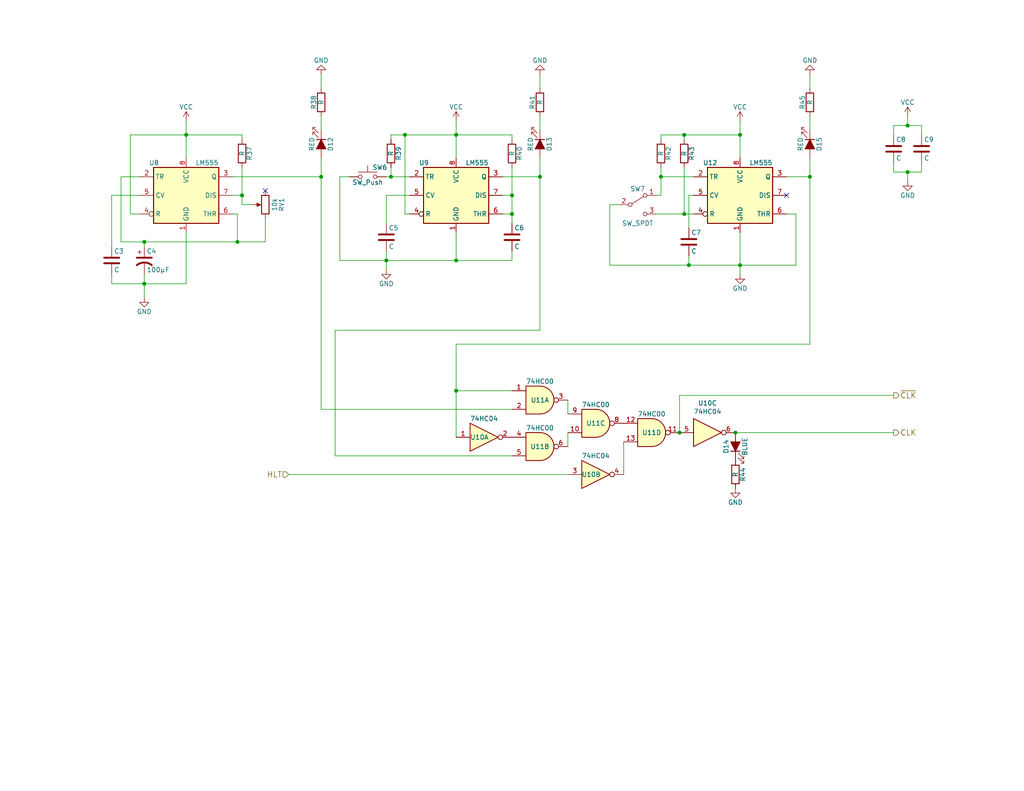
<source format=kicad_sch>
(kicad_sch (version 20211123) (generator eeschema)
  (paper "USLetter")
  (lib_symbols
    (symbol "74xx:74HC00" (pin_names (offset 1.016))
      (property "Reference" "U" (at 0 1.27 0))
      (property "Value" "74HC00" (at 0 -1.27 0))
      (symbol "74HC00_1_1"
        (arc (start 0 -3.81) (mid 3.81 0) (end 0 3.81) (stroke (width 0.254)) (fill (type background)))
        (polyline (pts (xy 0 3.81) (xy -3.81 3.81) (xy -3.81 -3.81) (xy 0 -3.81)) (stroke (width 0.254)) (fill (type background)))
        (pin input line (at -7.62 2.54 0) (length 3.81) (name "~") (number "1"))
        (pin input line (at -7.62 -2.54 0) (length 3.81) (name "~") (number "2"))
        (pin output inverted (at 7.62 0 180) (length 3.81) (name "~") (number "3"))
      )
      (symbol "74HC00_1_2"
        (arc (start -3.81 -3.81) (mid -2.589 0) (end -3.81 3.81) (stroke (width 0.254)))
        (arc (start -0.6096 -3.81) (mid 2.1842 -2.5851) (end 3.81 0) (stroke (width 0.254)) (fill (type background)))
        (polyline (pts (xy -3.81 -3.81) (xy -0.635 -3.81)) (stroke (width 0.254)) (fill (type background)))
        (polyline (pts (xy -3.81 3.81) (xy -0.635 3.81)) (stroke (width 0.254)) (fill (type background)))
        (polyline (pts (xy -0.635 3.81) (xy -3.81 3.81) (xy -3.81 3.81) (xy -3.556 3.4036) (xy -3.0226 2.2606) (xy -2.6924 1.0414) (xy -2.6162 -0.254) (xy -2.7686 -1.4986) (xy -3.175 -2.7178) (xy -3.81 -3.81) (xy -3.81 -3.81) (xy -0.635 -3.81)) (stroke (width -25.4)) (fill (type background)))
        (arc (start 3.81 0) (mid 2.1915 2.5936) (end -0.6096 3.81) (stroke (width 0.254)) (fill (type background)))
        (pin input inverted (at -7.62 2.54 0) (length 4.318) (name "~") (number "1"))
        (pin input inverted (at -7.62 -2.54 0) (length 4.318) (name "~") (number "2"))
        (pin output line (at 7.62 0 180) (length 3.81) (name "~") (number "3"))
      )
      (symbol "74HC00_2_1"
        (arc (start 0 -3.81) (mid 3.81 0) (end 0 3.81) (stroke (width 0.254)) (fill (type background)))
        (polyline (pts (xy 0 3.81) (xy -3.81 3.81) (xy -3.81 -3.81) (xy 0 -3.81)) (stroke (width 0.254)) (fill (type background)))
        (pin input line (at -7.62 2.54 0) (length 3.81) (name "~") (number "4"))
        (pin input line (at -7.62 -2.54 0) (length 3.81) (name "~") (number "5"))
        (pin output inverted (at 7.62 0 180) (length 3.81) (name "~") (number "6"))
      )
      (symbol "74HC00_2_2"
        (arc (start -3.81 -3.81) (mid -2.589 0) (end -3.81 3.81) (stroke (width 0.254)))
        (arc (start -0.6096 -3.81) (mid 2.1842 -2.5851) (end 3.81 0) (stroke (width 0.254)) (fill (type background)))
        (polyline (pts (xy -3.81 -3.81) (xy -0.635 -3.81)) (stroke (width 0.254)) (fill (type background)))
        (polyline (pts (xy -3.81 3.81) (xy -0.635 3.81)) (stroke (width 0.254)) (fill (type background)))
        (polyline (pts (xy -0.635 3.81) (xy -3.81 3.81) (xy -3.81 3.81) (xy -3.556 3.4036) (xy -3.0226 2.2606) (xy -2.6924 1.0414) (xy -2.6162 -0.254) (xy -2.7686 -1.4986) (xy -3.175 -2.7178) (xy -3.81 -3.81) (xy -3.81 -3.81) (xy -0.635 -3.81)) (stroke (width -25.4)) (fill (type background)))
        (arc (start 3.81 0) (mid 2.1915 2.5936) (end -0.6096 3.81) (stroke (width 0.254)) (fill (type background)))
        (pin input inverted (at -7.62 2.54 0) (length 4.318) (name "~") (number "4"))
        (pin input inverted (at -7.62 -2.54 0) (length 4.318) (name "~") (number "5"))
        (pin output line (at 7.62 0 180) (length 3.81) (name "~") (number "6"))
      )
      (symbol "74HC00_3_1"
        (arc (start 0 -3.81) (mid 3.81 0) (end 0 3.81) (stroke (width 0.254)) (fill (type background)))
        (polyline (pts (xy 0 3.81) (xy -3.81 3.81) (xy -3.81 -3.81) (xy 0 -3.81)) (stroke (width 0.254)) (fill (type background)))
        (pin input line (at -7.62 -2.54 0) (length 3.81) (name "~") (number "10"))
        (pin output inverted (at 7.62 0 180) (length 3.81) (name "~") (number "8"))
        (pin input line (at -7.62 2.54 0) (length 3.81) (name "~") (number "9"))
      )
      (symbol "74HC00_3_2"
        (arc (start -3.81 -3.81) (mid -2.589 0) (end -3.81 3.81) (stroke (width 0.254)))
        (arc (start -0.6096 -3.81) (mid 2.1842 -2.5851) (end 3.81 0) (stroke (width 0.254)) (fill (type background)))
        (polyline (pts (xy -3.81 -3.81) (xy -0.635 -3.81)) (stroke (width 0.254)) (fill (type background)))
        (polyline (pts (xy -3.81 3.81) (xy -0.635 3.81)) (stroke (width 0.254)) (fill (type background)))
        (polyline (pts (xy -0.635 3.81) (xy -3.81 3.81) (xy -3.81 3.81) (xy -3.556 3.4036) (xy -3.0226 2.2606) (xy -2.6924 1.0414) (xy -2.6162 -0.254) (xy -2.7686 -1.4986) (xy -3.175 -2.7178) (xy -3.81 -3.81) (xy -3.81 -3.81) (xy -0.635 -3.81)) (stroke (width -25.4)) (fill (type background)))
        (arc (start 3.81 0) (mid 2.1915 2.5936) (end -0.6096 3.81) (stroke (width 0.254)) (fill (type background)))
        (pin input inverted (at -7.62 -2.54 0) (length 4.318) (name "~") (number "10"))
        (pin output line (at 7.62 0 180) (length 3.81) (name "~") (number "8"))
        (pin input inverted (at -7.62 2.54 0) (length 4.318) (name "~") (number "9"))
      )
      (symbol "74HC00_4_1"
        (arc (start 0 -3.81) (mid 3.81 0) (end 0 3.81) (stroke (width 0.254)) (fill (type background)))
        (polyline (pts (xy 0 3.81) (xy -3.81 3.81) (xy -3.81 -3.81) (xy 0 -3.81)) (stroke (width 0.254)) (fill (type background)))
        (pin output inverted (at 7.62 0 180) (length 3.81) (name "~") (number "11"))
        (pin input line (at -7.62 2.54 0) (length 3.81) (name "~") (number "12"))
        (pin input line (at -7.62 -2.54 0) (length 3.81) (name "~") (number "13"))
      )
      (symbol "74HC00_4_2"
        (arc (start -3.81 -3.81) (mid -2.589 0) (end -3.81 3.81) (stroke (width 0.254)))
        (arc (start -0.6096 -3.81) (mid 2.1842 -2.5851) (end 3.81 0) (stroke (width 0.254)) (fill (type background)))
        (polyline (pts (xy -3.81 -3.81) (xy -0.635 -3.81)) (stroke (width 0.254)) (fill (type background)))
        (polyline (pts (xy -3.81 3.81) (xy -0.635 3.81)) (stroke (width 0.254)) (fill (type background)))
        (polyline (pts (xy -0.635 3.81) (xy -3.81 3.81) (xy -3.81 3.81) (xy -3.556 3.4036) (xy -3.0226 2.2606) (xy -2.6924 1.0414) (xy -2.6162 -0.254) (xy -2.7686 -1.4986) (xy -3.175 -2.7178) (xy -3.81 -3.81) (xy -3.81 -3.81) (xy -0.635 -3.81)) (stroke (width -25.4)) (fill (type background)))
        (arc (start 3.81 0) (mid 2.1915 2.5936) (end -0.6096 3.81) (stroke (width 0.254)) (fill (type background)))
        (pin output line (at 7.62 0 180) (length 3.81) (name "~") (number "11"))
        (pin input inverted (at -7.62 2.54 0) (length 4.318) (name "~") (number "12"))
        (pin input inverted (at -7.62 -2.54 0) (length 4.318) (name "~") (number "13"))
      )
      (symbol "74HC00_5_0"
        (pin power_in line (at 0 12.7 270) (length 5.08) (name "VCC") (number "14"))
        (pin power_in line (at 0 -12.7 90) (length 5.08) (name "GND") (number "7"))
      )
      (symbol "74HC00_5_1"
        (rectangle (start -5.08 7.62) (end 5.08 -7.62) (stroke (width 0.254)) (fill (type background)))
      )
    )
    (symbol "74xx:74HC04"
      (property "Reference" "U" (at 0 1.27 0))
      (property "Value" "74HC04" (at 0 -1.27 0))
      (symbol "74HC04_1_0"
        (polyline (pts (xy -3.81 3.81) (xy -3.81 -3.81) (xy 3.81 0) (xy -3.81 3.81)) (stroke (width 0.254)) (fill (type background)))
        (pin input line (at -7.62 0 0) (length 3.81) (name "~") (number "1"))
        (pin output inverted (at 7.62 0 180) (length 3.81) (name "~") (number "2"))
      )
      (symbol "74HC04_2_0"
        (polyline (pts (xy -3.81 3.81) (xy -3.81 -3.81) (xy 3.81 0) (xy -3.81 3.81)) (stroke (width 0.254)) (fill (type background)))
        (pin input line (at -7.62 0 0) (length 3.81) (name "~") (number "3"))
        (pin output inverted (at 7.62 0 180) (length 3.81) (name "~") (number "4"))
      )
      (symbol "74HC04_3_0"
        (polyline (pts (xy -3.81 3.81) (xy -3.81 -3.81) (xy 3.81 0) (xy -3.81 3.81)) (stroke (width 0.254)) (fill (type background)))
        (pin input line (at -7.62 0 0) (length 3.81) (name "~") (number "5"))
        (pin output inverted (at 7.62 0 180) (length 3.81) (name "~") (number "6"))
      )
      (symbol "74HC04_4_0"
        (polyline (pts (xy -3.81 3.81) (xy -3.81 -3.81) (xy 3.81 0) (xy -3.81 3.81)) (stroke (width 0.254)) (fill (type background)))
        (pin output inverted (at 7.62 0 180) (length 3.81) (name "~") (number "8"))
        (pin input line (at -7.62 0 0) (length 3.81) (name "~") (number "9"))
      )
      (symbol "74HC04_5_0"
        (polyline (pts (xy -3.81 3.81) (xy -3.81 -3.81) (xy 3.81 0) (xy -3.81 3.81)) (stroke (width 0.254)) (fill (type background)))
        (pin output inverted (at 7.62 0 180) (length 3.81) (name "~") (number "10"))
        (pin input line (at -7.62 0 0) (length 3.81) (name "~") (number "11"))
      )
      (symbol "74HC04_6_0"
        (polyline (pts (xy -3.81 3.81) (xy -3.81 -3.81) (xy 3.81 0) (xy -3.81 3.81)) (stroke (width 0.254)) (fill (type background)))
        (pin output inverted (at 7.62 0 180) (length 3.81) (name "~") (number "12"))
        (pin input line (at -7.62 0 0) (length 3.81) (name "~") (number "13"))
      )
      (symbol "74HC04_7_0"
        (pin power_in line (at 0 12.7 270) (length 5.08) (name "VCC") (number "14"))
        (pin power_in line (at 0 -12.7 90) (length 5.08) (name "GND") (number "7"))
      )
      (symbol "74HC04_7_1"
        (rectangle (start -5.08 7.62) (end 5.08 -7.62) (stroke (width 0.254)) (fill (type background)))
      )
    )
    (symbol "8bit-computer-rescue:CP1-Device" (pin_numbers hide) (pin_names (offset 0.254) hide)
      (property "Reference" "C" (at 0.635 2.54 0))
      (property "Value" "CP1-Device" (at 0.635 -2.54 0))
      (symbol "CP1-Device_0_1"
        (polyline (pts (xy -2.032 0.762) (xy 2.032 0.762)) (stroke (width 0.508)))
        (polyline (pts (xy -1.778 2.286) (xy -0.762 2.286)))
        (polyline (pts (xy -1.27 1.778) (xy -1.27 2.794)))
        (arc (start 2.032 -1.27) (mid 0 -0.5572) (end -2.032 -1.27) (stroke (width 0.508)))
      )
      (symbol "CP1-Device_1_1"
        (pin passive line (at 0 3.81 270) (length 2.794) (name "~") (number "1"))
        (pin passive line (at 0 -3.81 90) (length 3.302) (name "~") (number "2"))
      )
    )
    (symbol "8bit-computer-rescue:LED_ALT-Device" (pin_numbers hide) (pin_names (offset 1.016) hide)
      (property "Reference" "D" (at 0 2.54 0))
      (property "Value" "LED_ALT-Device" (at 0 -2.54 0))
      (symbol "LED_ALT-Device_0_1"
        (polyline (pts (xy -1.27 -1.27) (xy -1.27 1.27)) (stroke (width 0.254)))
        (polyline (pts (xy -1.27 0) (xy 1.27 0)))
        (polyline (pts (xy 1.27 -1.27) (xy 1.27 1.27) (xy -1.27 0) (xy 1.27 -1.27)) (stroke (width 0.254)) (fill (type outline)))
        (polyline (pts (xy -3.048 -0.762) (xy -4.572 -2.286) (xy -3.81 -2.286) (xy -4.572 -2.286) (xy -4.572 -1.524)))
        (polyline (pts (xy -1.778 -0.762) (xy -3.302 -2.286) (xy -2.54 -2.286) (xy -3.302 -2.286) (xy -3.302 -1.524)))
      )
      (symbol "LED_ALT-Device_1_1"
        (pin passive line (at -3.81 0 0) (length 2.54) (name "K") (number "1"))
        (pin passive line (at 3.81 0 180) (length 2.54) (name "A") (number "2"))
      )
    )
    (symbol "8bit-computer-rescue:LM555-8bit-computer-rescue"
      (property "Reference" "U" (at -10.16 8.89 0))
      (property "Value" "LM555-8bit-computer-rescue" (at 2.54 8.89 0))
      (symbol "LM555-8bit-computer-rescue_0_0"
        (pin power_in line (at 0 -10.16 90) (length 2.54) (name "GND") (number "1"))
        (pin power_in line (at 0 10.16 270) (length 2.54) (name "VCC") (number "8"))
      )
      (symbol "LM555-8bit-computer-rescue_0_1"
        (rectangle (start -8.89 -7.62) (end 8.89 7.62) (stroke (width 0.254)) (fill (type background)))
        (rectangle (start -8.89 -7.62) (end 8.89 7.62) (stroke (width 0.254)) (fill (type background)))
      )
      (symbol "LM555-8bit-computer-rescue_1_1"
        (pin input line (at -12.7 5.08 0) (length 3.81) (name "TR") (number "2"))
        (pin output line (at 12.7 5.08 180) (length 3.81) (name "Q") (number "3"))
        (pin input inverted (at -12.7 -5.08 0) (length 3.81) (name "R") (number "4"))
        (pin input line (at -12.7 0 0) (length 3.81) (name "CV") (number "5"))
        (pin input line (at 12.7 -5.08 180) (length 3.81) (name "THR") (number "6"))
        (pin input line (at 12.7 0 180) (length 3.81) (name "DIS") (number "7"))
      )
    )
    (symbol "8bit-computer-rescue:POT-8bit-computer-rescue" (pin_numbers hide) (pin_names (offset 1.016) hide)
      (property "Reference" "RV" (at -4.445 0 90))
      (property "Value" "POT-8bit-computer-rescue" (at -2.54 0 90))
      (symbol "POT-8bit-computer-rescue_0_1"
        (polyline (pts (xy 2.54 0) (xy 1.524 0)))
        (polyline (pts (xy 1.143 0) (xy 2.286 0.508) (xy 2.286 -0.508)) (fill (type outline)))
        (rectangle (start 1.016 2.54) (end -1.016 -2.54) (stroke (width 0.254)))
      )
      (symbol "POT-8bit-computer-rescue_1_1"
        (pin passive line (at 0 3.81 270) (length 1.27) (name "1") (number "1"))
        (pin passive line (at 3.81 0 180) (length 1.27) (name "2") (number "2"))
        (pin passive line (at 0 -3.81 90) (length 1.27) (name "3") (number "3"))
      )
    )
    (symbol "8bit-computer-rescue:SW_Push-8bit-computer-rescue" (pin_numbers hide) (pin_names (offset 1.016) hide)
      (property "Reference" "SW" (at 1.27 2.54 0))
      (property "Value" "SW_Push-8bit-computer-rescue" (at 0 -1.524 0))
      (symbol "SW_Push-8bit-computer-rescue_0_1"
        (circle (center -2.032 0) (radius 0.508))
        (polyline (pts (xy 0 1.27) (xy 0 3.048)))
        (polyline (pts (xy 2.54 1.27) (xy -2.54 1.27)))
        (circle (center 2.032 0) (radius 0.508))
        (pin passive line (at -5.08 0 0) (length 2.54) (name "1") (number "1"))
        (pin passive line (at 5.08 0 180) (length 2.54) (name "2") (number "2"))
      )
    )
    (symbol "8bit-computer-rescue:SW_SPDT-8bit-computer-rescue" (pin_names (offset 0) hide)
      (property "Reference" "SW" (at 0 4.318 0))
      (property "Value" "SW_SPDT-8bit-computer-rescue" (at 0 -5.08 0))
      (symbol "SW_SPDT-8bit-computer-rescue_0_0"
        (circle (center -2.032 0) (radius 0.508))
        (circle (center 2.032 -2.54) (radius 0.508))
      )
      (symbol "SW_SPDT-8bit-computer-rescue_0_1"
        (polyline (pts (xy -1.524 0.254) (xy 1.651 2.286)))
        (circle (center 2.032 2.54) (radius 0.508))
      )
      (symbol "SW_SPDT-8bit-computer-rescue_1_1"
        (pin passive line (at 5.08 2.54 180) (length 2.54) (name "A") (number "1"))
        (pin passive line (at -5.08 0 0) (length 2.54) (name "B") (number "2"))
        (pin passive line (at 5.08 -2.54 180) (length 2.54) (name "C") (number "3"))
      )
    )
    (symbol "Device:C" (pin_numbers hide) (pin_names (offset 0.254))
      (property "Reference" "C" (at 0.635 2.54 0))
      (property "Value" "C" (at 0.635 -2.54 0))
      (symbol "C_0_1"
        (polyline (pts (xy -2.032 -0.762) (xy 2.032 -0.762)) (stroke (width 0.508)))
        (polyline (pts (xy -2.032 0.762) (xy 2.032 0.762)) (stroke (width 0.508)))
      )
      (symbol "C_1_1"
        (pin passive line (at 0 3.81 270) (length 2.794) (name "~") (number "1"))
        (pin passive line (at 0 -3.81 90) (length 2.794) (name "~") (number "2"))
      )
    )
    (symbol "Device:R" (pin_numbers hide) (pin_names (offset 0))
      (property "Reference" "R" (at 2.032 0 90))
      (property "Value" "R" (at 0 0 90))
      (symbol "R_0_1"
        (rectangle (start -1.016 -2.54) (end 1.016 2.54) (stroke (width 0.254)))
      )
      (symbol "R_1_1"
        (pin passive line (at 0 3.81 270) (length 1.27) (name "~") (number "1"))
        (pin passive line (at 0 -3.81 90) (length 1.27) (name "~") (number "2"))
      )
    )
    (symbol "power:GND" (power) (pin_names (offset 0))
      (property "Value" "GND" (at 0 -3.81 0))
      (symbol "GND_0_1"
        (polyline (pts (xy 0 0) (xy 0 -1.27) (xy 1.27 -1.27) (xy 0 -2.54) (xy -1.27 -1.27) (xy 0 -1.27)))
      )
      (symbol "GND_1_1"
        (pin power_in line (at 0 0 270) (length 0) hide (name "GND") (number "1"))
      )
    )
    (symbol "power:VCC" (power) (pin_names (offset 0))
      (property "Value" "VCC" (at 0 3.81 0))
      (symbol "VCC_0_1"
        (polyline (pts (xy -0.762 1.27) (xy 0 2.54)))
        (polyline (pts (xy 0 0) (xy 0 2.54)))
        (polyline (pts (xy 0 2.54) (xy 0.762 1.27)))
      )
      (symbol "VCC_1_1"
        (pin power_in line (at 0 0 90) (length 0) hide (name "VCC") (number "1"))
      )
    )
  )
  (junction (at 247.65 46.99))
  (junction (at 247.65 34.29))
  (junction (at 187.96 72.39))
  (junction (at 220.98 48.26))
  (junction (at 201.93 36.83))
  (junction (at 39.37 66.04))
  (junction (at 106.68 48.26))
  (junction (at 147.32 48.26))
  (junction (at 105.41 71.12))
  (junction (at 66.04 53.34))
  (junction (at 186.69 58.42))
  (junction (at 186.69 36.83))
  (junction (at 185.42 118.11))
  (junction (at 50.8 36.83))
  (junction (at 124.46 36.83))
  (junction (at 124.46 106.68))
  (junction (at 180.34 48.26))
  (junction (at 110.49 36.83))
  (junction (at 87.63 48.26))
  (junction (at 200.66 118.11))
  (junction (at 124.46 71.12))
  (junction (at 139.7 58.42))
  (junction (at 201.93 72.39))
  (junction (at 139.7 53.34))
  (junction (at 64.77 66.04))
  (junction (at 39.37 77.47))
  (no_connect (at 72.39 52.07))
  (no_connect (at 214.63 53.34))
  (wire (pts (xy 66.04 45.72) (xy 66.04 53.34)))
  (wire (pts (xy 50.8 77.47) (xy 50.8 63.5)))
  (wire (pts (xy 137.16 53.34) (xy 139.7 53.34)))
  (wire (pts (xy 166.37 55.88) (xy 166.37 72.39)))
  (wire (pts (xy 243.84 44.45) (xy 243.84 46.99)))
  (wire (pts (xy 39.37 77.47) (xy 39.37 81.28)))
  (wire (pts (xy 220.98 48.26) (xy 220.98 43.18)))
  (wire (pts (xy 91.44 90.17) (xy 91.44 124.46)))
  (wire (pts (xy 180.34 38.1) (xy 180.34 36.83)))
  (wire (pts (xy 154.94 118.11) (xy 154.94 121.92)))
  (wire (pts (xy 87.63 48.26) (xy 87.63 43.18)))
  (wire (pts (xy 243.84 46.99) (xy 247.65 46.99)))
  (wire (pts (xy 201.93 63.5) (xy 201.93 72.39)))
  (wire (pts (xy 187.96 53.34) (xy 187.96 62.23)))
  (wire (pts (xy 35.56 58.42) (xy 35.56 36.83)))
  (wire (pts (xy 124.46 36.83) (xy 124.46 43.18)))
  (wire (pts (xy 180.34 48.26) (xy 189.23 48.26)))
  (wire (pts (xy 63.5 53.34) (xy 66.04 53.34)))
  (wire (pts (xy 91.44 124.46) (xy 139.7 124.46)))
  (wire (pts (xy 200.66 118.11) (xy 243.84 118.11)))
  (wire (pts (xy 66.04 38.1) (xy 66.04 36.83)))
  (wire (pts (xy 170.18 120.65) (xy 170.18 129.54)))
  (wire (pts (xy 124.46 36.83) (xy 139.7 36.83)))
  (wire (pts (xy 95.25 48.26) (xy 92.71 48.26)))
  (wire (pts (xy 201.93 33.02) (xy 201.93 36.83)))
  (wire (pts (xy 186.69 38.1) (xy 186.69 36.83)))
  (wire (pts (xy 187.96 69.85) (xy 187.96 72.39)))
  (wire (pts (xy 186.69 36.83) (xy 201.93 36.83)))
  (wire (pts (xy 35.56 36.83) (xy 50.8 36.83)))
  (wire (pts (xy 124.46 71.12) (xy 124.46 63.5)))
  (wire (pts (xy 72.39 66.04) (xy 72.39 59.69)))
  (wire (pts (xy 243.84 34.29) (xy 247.65 34.29)))
  (wire (pts (xy 87.63 20.32) (xy 87.63 24.13)))
  (wire (pts (xy 110.49 58.42) (xy 111.76 58.42)))
  (wire (pts (xy 38.1 53.34) (xy 30.48 53.34)))
  (wire (pts (xy 220.98 35.56) (xy 220.98 31.75)))
  (wire (pts (xy 124.46 71.12) (xy 139.7 71.12)))
  (wire (pts (xy 154.94 129.54) (xy 78.74 129.54)))
  (wire (pts (xy 66.04 53.34) (xy 66.04 55.88)))
  (wire (pts (xy 30.48 77.47) (xy 39.37 77.47)))
  (wire (pts (xy 139.7 36.83) (xy 139.7 38.1)))
  (wire (pts (xy 251.46 34.29) (xy 251.46 36.83)))
  (wire (pts (xy 147.32 35.56) (xy 147.32 31.75)))
  (wire (pts (xy 33.02 48.26) (xy 33.02 66.04)))
  (wire (pts (xy 186.69 58.42) (xy 189.23 58.42)))
  (wire (pts (xy 50.8 36.83) (xy 50.8 43.18)))
  (wire (pts (xy 106.68 45.72) (xy 106.68 48.26)))
  (wire (pts (xy 189.23 53.34) (xy 187.96 53.34)))
  (wire (pts (xy 105.41 48.26) (xy 106.68 48.26)))
  (wire (pts (xy 220.98 93.98) (xy 220.98 48.26)))
  (wire (pts (xy 137.16 48.26) (xy 147.32 48.26)))
  (wire (pts (xy 251.46 44.45) (xy 251.46 46.99)))
  (wire (pts (xy 66.04 36.83) (xy 50.8 36.83)))
  (wire (pts (xy 110.49 36.83) (xy 124.46 36.83)))
  (wire (pts (xy 180.34 45.72) (xy 180.34 48.26)))
  (wire (pts (xy 186.69 45.72) (xy 186.69 58.42)))
  (wire (pts (xy 33.02 66.04) (xy 39.37 66.04)))
  (wire (pts (xy 66.04 55.88) (xy 68.58 55.88)))
  (wire (pts (xy 185.42 118.11) (xy 185.42 107.95)))
  (wire (pts (xy 247.65 46.99) (xy 251.46 46.99)))
  (wire (pts (xy 201.93 72.39) (xy 201.93 74.93)))
  (wire (pts (xy 220.98 20.32) (xy 220.98 24.13)))
  (wire (pts (xy 139.7 106.68) (xy 124.46 106.68)))
  (wire (pts (xy 63.5 48.26) (xy 87.63 48.26)))
  (wire (pts (xy 179.07 58.42) (xy 186.69 58.42)))
  (wire (pts (xy 105.41 53.34) (xy 105.41 60.96)))
  (wire (pts (xy 180.34 36.83) (xy 186.69 36.83)))
  (wire (pts (xy 147.32 48.26) (xy 147.32 90.17)))
  (wire (pts (xy 87.63 48.26) (xy 87.63 111.76)))
  (wire (pts (xy 168.91 55.88) (xy 166.37 55.88)))
  (wire (pts (xy 39.37 66.04) (xy 39.37 67.31)))
  (wire (pts (xy 124.46 106.68) (xy 124.46 93.98)))
  (wire (pts (xy 139.7 58.42) (xy 137.16 58.42)))
  (wire (pts (xy 106.68 36.83) (xy 106.68 38.1)))
  (wire (pts (xy 124.46 33.02) (xy 124.46 36.83)))
  (wire (pts (xy 39.37 66.04) (xy 64.77 66.04)))
  (wire (pts (xy 64.77 58.42) (xy 63.5 58.42)))
  (wire (pts (xy 166.37 72.39) (xy 187.96 72.39)))
  (wire (pts (xy 105.41 68.58) (xy 105.41 71.12)))
  (wire (pts (xy 106.68 48.26) (xy 111.76 48.26)))
  (wire (pts (xy 185.42 107.95) (xy 243.84 107.95)))
  (wire (pts (xy 124.46 93.98) (xy 220.98 93.98)))
  (wire (pts (xy 124.46 106.68) (xy 124.46 119.38)))
  (wire (pts (xy 105.41 71.12) (xy 124.46 71.12)))
  (wire (pts (xy 50.8 33.02) (xy 50.8 36.83)))
  (wire (pts (xy 201.93 36.83) (xy 201.93 43.18)))
  (wire (pts (xy 187.96 72.39) (xy 201.93 72.39)))
  (wire (pts (xy 105.41 71.12) (xy 105.41 73.66)))
  (wire (pts (xy 180.34 53.34) (xy 179.07 53.34)))
  (wire (pts (xy 64.77 66.04) (xy 72.39 66.04)))
  (wire (pts (xy 106.68 36.83) (xy 110.49 36.83)))
  (wire (pts (xy 243.84 36.83) (xy 243.84 34.29)))
  (wire (pts (xy 139.7 58.42) (xy 139.7 60.96)))
  (wire (pts (xy 39.37 77.47) (xy 50.8 77.47)))
  (wire (pts (xy 217.17 58.42) (xy 214.63 58.42)))
  (wire (pts (xy 247.65 34.29) (xy 251.46 34.29)))
  (wire (pts (xy 64.77 66.04) (xy 64.77 58.42)))
  (wire (pts (xy 92.71 48.26) (xy 92.71 71.12)))
  (wire (pts (xy 220.98 48.26) (xy 214.63 48.26)))
  (wire (pts (xy 201.93 72.39) (xy 217.17 72.39)))
  (wire (pts (xy 147.32 48.26) (xy 147.32 43.18)))
  (wire (pts (xy 217.17 72.39) (xy 217.17 58.42)))
  (wire (pts (xy 139.7 71.12) (xy 139.7 68.58)))
  (wire (pts (xy 87.63 35.56) (xy 87.63 31.75)))
  (wire (pts (xy 154.94 109.22) (xy 154.94 113.03)))
  (wire (pts (xy 180.34 48.26) (xy 180.34 53.34)))
  (wire (pts (xy 30.48 53.34) (xy 30.48 67.31)))
  (wire (pts (xy 38.1 48.26) (xy 33.02 48.26)))
  (wire (pts (xy 91.44 90.17) (xy 147.32 90.17)))
  (wire (pts (xy 30.48 74.93) (xy 30.48 77.47)))
  (wire (pts (xy 247.65 34.29) (xy 247.65 31.75)))
  (wire (pts (xy 92.71 71.12) (xy 105.41 71.12)))
  (wire (pts (xy 139.7 53.34) (xy 139.7 58.42)))
  (wire (pts (xy 110.49 58.42) (xy 110.49 36.83)))
  (wire (pts (xy 39.37 74.93) (xy 39.37 77.47)))
  (wire (pts (xy 147.32 20.32) (xy 147.32 24.13)))
  (wire (pts (xy 139.7 111.76) (xy 87.63 111.76)))
  (wire (pts (xy 111.76 53.34) (xy 105.41 53.34)))
  (wire (pts (xy 38.1 58.42) (xy 35.56 58.42)))
  (wire (pts (xy 247.65 49.53) (xy 247.65 46.99)))
  (wire (pts (xy 139.7 45.72) (xy 139.7 53.34)))
  (hierarchical_label "~{CLK}" (shape output) (at 243.84 107.95 0) (effects (font (size 1.524 1.524))))
  (hierarchical_label "HLT" (shape input) (at 78.74 129.54 180) (effects (font (size 1.524 1.524))))
  (hierarchical_label "CLK" (shape output) (at 243.84 118.11 0) (effects (font (size 1.524 1.524))))
  (symbol (lib_id "8bit-computer-rescue:LM555-8bit-computer-rescue") (at 50.8 53.34 0) (unit 1)
    (property "Reference" "U8" (at 40.64 44.45 0) (effects (justify left)))
    (property "Value" "LM555" (at 53.34 44.45 0) (effects (justify left)))
    (property "Footprint" "Package_DIP:DIP-8_W7.62mm" (effects hide))
  )
  (symbol (lib_id "Device:R") (at 66.04 41.91 0) (unit 1)
    (property "Reference" "R37" (at 68.072 41.91 90))
    (property "Value" "R" (at 66.04 41.91 90))
    (property "Footprint" "Resistor_THT:R_Axial_DIN0207_L6.3mm_D2.5mm_P7.62mm_Horizontal" (effects hide))
  )
  (symbol (lib_id "Device:R") (at 106.68 41.91 0) (unit 1)
    (property "Reference" "R39" (at 108.712 41.91 90))
    (property "Value" "R" (at 106.68 41.91 90))
    (property "Footprint" "Resistor_THT:R_Axial_DIN0207_L6.3mm_D2.5mm_P7.62mm_Horizontal" (effects hide))
  )
  (symbol (lib_id "Device:R") (at 186.69 41.91 0) (unit 1)
    (property "Reference" "R43" (at 188.722 41.91 90))
    (property "Value" "R" (at 186.69 41.91 90))
    (property "Footprint" "Resistor_THT:R_Axial_DIN0207_L6.3mm_D2.5mm_P7.62mm_Horizontal" (effects hide))
  )
  (symbol (lib_id "Device:R") (at 180.34 41.91 0) (unit 1)
    (property "Reference" "R42" (at 182.372 41.91 90))
    (property "Value" "R" (at 180.34 41.91 90))
    (property "Footprint" "Resistor_THT:R_Axial_DIN0207_L6.3mm_D2.5mm_P7.62mm_Horizontal" (effects hide))
  )
  (symbol (lib_id "Device:R") (at 139.7 41.91 0) (unit 1)
    (property "Reference" "R40" (at 141.732 41.91 90))
    (property "Value" "R" (at 139.7 41.91 90))
    (property "Footprint" "Resistor_THT:R_Axial_DIN0207_L6.3mm_D2.5mm_P7.62mm_Horizontal" (effects hide))
  )
  (symbol (lib_id "8bit-computer-rescue:POT-8bit-computer-rescue") (at 72.39 55.88 180) (unit 1)
    (property "Reference" "RV1" (at 76.835 55.88 90))
    (property "Value" "10k" (at 74.93 55.88 90))
    (property "Footprint" "8bit-custom-footprints:Potentiometer-5.5mm" (effects hide))
  )
  (symbol (lib_id "Device:C") (at 30.48 71.12 0) (unit 1)
    (property "Reference" "C3" (at 31.115 68.58 0) (effects (justify left)))
    (property "Value" "C" (at 31.115 73.66 0) (effects (justify left)))
    (property "Footprint" "Capacitor_THT:C_Disc_D4.3mm_W1.9mm_P5.00mm" (effects hide))
  )
  (symbol (lib_id "Device:C") (at 105.41 64.77 0) (unit 1)
    (property "Reference" "C5" (at 106.045 62.23 0) (effects (justify left)))
    (property "Value" "C" (at 106.045 67.31 0) (effects (justify left)))
    (property "Footprint" "Capacitor_THT:C_Disc_D4.3mm_W1.9mm_P5.00mm" (effects hide))
  )
  (symbol (lib_id "Device:C") (at 187.96 66.04 0) (unit 1)
    (property "Reference" "C7" (at 188.595 63.5 0) (effects (justify left)))
    (property "Value" "C" (at 188.595 68.58 0) (effects (justify left)))
    (property "Footprint" "Capacitor_THT:C_Disc_D4.3mm_W1.9mm_P5.00mm" (effects hide))
  )
  (symbol (lib_id "Device:C") (at 139.7 64.77 0) (unit 1)
    (property "Reference" "C6" (at 140.335 62.23 0) (effects (justify left)))
    (property "Value" "C" (at 140.335 67.31 0) (effects (justify left)))
    (property "Footprint" "Capacitor_THT:C_Disc_D4.3mm_W1.9mm_P5.00mm" (effects hide))
  )
  (symbol (lib_id "Device:C") (at 251.46 40.64 0) (unit 1)
    (property "Reference" "C9" (at 252.095 38.1 0) (effects (justify left)))
    (property "Value" "C" (at 252.095 43.18 0) (effects (justify left)))
    (property "Footprint" "Capacitor_THT:C_Disc_D4.3mm_W1.9mm_P5.00mm" (effects hide))
  )
  (symbol (lib_id "8bit-computer-rescue:CP1-Device") (at 39.37 71.12 0) (unit 1)
    (property "Reference" "C4" (at 40.005 68.58 0) (effects (justify left)))
    (property "Value" "100µF" (at 40.005 73.66 0) (effects (justify left)))
    (property "Footprint" "Capacitor_THT:CP_Radial_D5.0mm_P2.00mm" (effects hide))
  )
  (symbol (lib_id "8bit-computer-rescue:LM555-8bit-computer-rescue") (at 201.93 53.34 0) (unit 1)
    (property "Reference" "U12" (at 191.77 44.45 0) (effects (justify left)))
    (property "Value" "LM555" (at 204.47 44.45 0) (effects (justify left)))
    (property "Footprint" "Package_DIP:DIP-8_W7.62mm" (effects hide))
  )
  (symbol (lib_id "8bit-computer-rescue:LM555-8bit-computer-rescue") (at 124.46 53.34 0) (unit 1)
    (property "Reference" "U9" (at 114.3 44.45 0) (effects (justify left)))
    (property "Value" "LM555" (at 127 44.45 0) (effects (justify left)))
    (property "Footprint" "Package_DIP:DIP-8_W7.62mm" (effects hide))
  )
  (symbol (lib_id "8bit-computer-rescue:SW_SPDT-8bit-computer-rescue") (at 173.99 55.88 0) (unit 1)
    (property "Reference" "SW7" (at 173.99 51.562 0))
    (property "Value" "SW_SPDT" (at 173.99 60.96 0))
    (property "Footprint" "8bit-custom-footprints:DPDT-pushbutton" (effects hide))
  )
  (symbol (lib_id "8bit-computer-rescue:SW_Push-8bit-computer-rescue") (at 100.33 48.26 0) (unit 1)
    (property "Reference" "SW6" (at 101.6 45.72 0) (effects (justify left)))
    (property "Value" "SW_Push" (at 100.33 49.784 0))
    (property "Footprint" "Button_Switch_THT:SW_PUSH_6mm_H5mm" (effects hide))
  )
  (symbol (lib_id "power:GND") (at 39.37 81.28 0) (unit 1)
    (property "Reference" "#PWR042" (effects hide))
    (property "Value" "GND" (at 39.37 85.09 0))
  )
  (symbol (lib_id "power:GND") (at 105.41 73.66 0) (unit 1)
    (property "Reference" "#PWR045" (effects hide))
    (property "Value" "GND" (at 105.41 77.47 0))
  )
  (symbol (lib_id "power:GND") (at 201.93 74.93 0) (unit 1)
    (property "Reference" "#PWR050" (effects hide))
    (property "Value" "GND" (at 201.93 78.74 0))
  )
  (symbol (lib_id "power:GND") (at 247.65 49.53 0) (unit 1)
    (property "Reference" "#PWR053" (effects hide))
    (property "Value" "GND" (at 247.65 53.34 0))
  )
  (symbol (lib_id "power:VCC") (at 50.8 33.02 0) (unit 1)
    (property "Reference" "#PWR043" (effects hide))
    (property "Value" "VCC" (at 50.8 29.21 0))
  )
  (symbol (lib_id "power:VCC") (at 124.46 33.02 0) (unit 1)
    (property "Reference" "#PWR046" (effects hide))
    (property "Value" "VCC" (at 124.46 29.21 0))
  )
  (symbol (lib_id "power:VCC") (at 201.93 33.02 0) (unit 1)
    (property "Reference" "#PWR049" (effects hide))
    (property "Value" "VCC" (at 201.93 29.21 0))
  )
  (symbol (lib_id "power:VCC") (at 247.65 31.75 0) (unit 1)
    (property "Reference" "#PWR052" (effects hide))
    (property "Value" "VCC" (at 247.65 27.94 0))
  )
  (symbol (lib_id "Device:C") (at 243.84 40.64 0) (unit 1)
    (property "Reference" "C8" (at 244.475 38.1 0) (effects (justify left)))
    (property "Value" "C" (at 244.475 43.18 0) (effects (justify left)))
    (property "Footprint" "Capacitor_THT:C_Disc_D4.3mm_W1.9mm_P5.00mm" (effects hide))
  )
  (symbol (lib_id "8bit-computer-rescue:LED_ALT-Device") (at 87.63 39.37 270) (unit 1)
    (property "Reference" "D12" (at 90.17 39.37 0))
    (property "Value" "RED" (at 85.09 39.37 0))
    (property "Footprint" "LED_THT:LED_D5.0mm" (effects hide))
  )
  (symbol (lib_id "Device:R") (at 87.63 27.94 180) (unit 1)
    (property "Reference" "R38" (at 85.598 27.94 90))
    (property "Value" "R" (at 87.63 27.94 90))
    (property "Footprint" "Resistor_THT:R_Axial_DIN0207_L6.3mm_D2.5mm_P7.62mm_Horizontal" (effects hide))
  )
  (symbol (lib_id "power:GND") (at 87.63 20.32 180) (unit 1)
    (property "Reference" "#PWR044" (effects hide))
    (property "Value" "GND" (at 87.63 16.51 0))
  )
  (symbol (lib_id "8bit-computer-rescue:LED_ALT-Device") (at 147.32 39.37 270) (unit 1)
    (property "Reference" "D13" (at 149.86 39.37 0))
    (property "Value" "RED" (at 144.78 39.37 0))
    (property "Footprint" "LED_THT:LED_D5.0mm" (effects hide))
  )
  (symbol (lib_id "Device:R") (at 147.32 27.94 180) (unit 1)
    (property "Reference" "R41" (at 145.288 27.94 90))
    (property "Value" "R" (at 147.32 27.94 90))
    (property "Footprint" "Resistor_THT:R_Axial_DIN0207_L6.3mm_D2.5mm_P7.62mm_Horizontal" (effects hide))
  )
  (symbol (lib_id "power:GND") (at 147.32 20.32 180) (unit 1)
    (property "Reference" "#PWR047" (effects hide))
    (property "Value" "GND" (at 147.32 16.51 0))
  )
  (symbol (lib_id "8bit-computer-rescue:LED_ALT-Device") (at 220.98 39.37 270) (unit 1)
    (property "Reference" "D15" (at 223.52 39.37 0))
    (property "Value" "RED" (at 218.44 39.37 0))
    (property "Footprint" "LED_THT:LED_D5.0mm" (effects hide))
  )
  (symbol (lib_id "Device:R") (at 220.98 27.94 180) (unit 1)
    (property "Reference" "R45" (at 218.948 27.94 90))
    (property "Value" "R" (at 220.98 27.94 90))
    (property "Footprint" "Resistor_THT:R_Axial_DIN0207_L6.3mm_D2.5mm_P7.62mm_Horizontal" (effects hide))
  )
  (symbol (lib_id "power:GND") (at 220.98 20.32 180) (unit 1)
    (property "Reference" "#PWR051" (effects hide))
    (property "Value" "GND" (at 220.98 16.51 0))
  )
  (symbol (lib_id "74xx:74HC00") (at 147.32 109.22 0) (unit 1)
    (property "Reference" "U11" (at 147.32 109.22 0))
    (property "Value" "74HC00" (at 147.32 104.14 0))
    (property "Datasheet" "http://www.ti.com/lit/gpn/sn74hc00" (effects hide))
  )
  (symbol (lib_id "74xx:74HC00") (at 147.32 121.92 0) (unit 2)
    (property "Reference" "U11" (at 147.32 121.92 0))
    (property "Value" "74HC00" (at 147.32 116.84 0))
    (property "Datasheet" "http://www.ti.com/lit/gpn/sn74hc00" (effects hide))
  )
  (symbol (lib_id "74xx:74HC00") (at 162.56 115.57 0) (unit 3)
    (property "Reference" "U11" (at 162.56 115.57 0))
    (property "Value" "74HC00" (at 162.56 110.49 0))
    (property "Datasheet" "http://www.ti.com/lit/gpn/sn74hc00" (effects hide))
  )
  (symbol (lib_id "74xx:74HC00") (at 177.8 118.11 0) (unit 4)
    (property "Reference" "U11" (at 177.8 118.11 0))
    (property "Value" "74HC00" (at 177.8 113.03 0))
    (property "Datasheet" "http://www.ti.com/lit/gpn/sn74hc00" (effects hide))
  )
  (symbol (lib_id "74xx:74HC04") (at 132.08 119.38 0) (unit 1)
    (property "Reference" "U10" (at 130.81 119.38 0))
    (property "Value" "74HC04" (at 132.08 114.3 0))
    (property "Datasheet" "https://assets.nexperia.com/documents/data-sheet/74HC_HCT04.pdf" (effects hide))
  )
  (symbol (lib_id "74xx:74HC04") (at 162.56 129.54 0) (unit 2)
    (property "Reference" "U10" (at 161.29 129.54 0))
    (property "Value" "74HC04" (at 162.56 124.46 0))
    (property "Datasheet" "https://assets.nexperia.com/documents/data-sheet/74HC_HCT04.pdf" (effects hide))
  )
  (symbol (lib_id "74xx:74HC04") (at 193.04 118.11 0) (unit 3)
    (property "Reference" "U10" (at 193.04 110.0582 0))
    (property "Value" "74HC04" (at 193.04 112.3696 0))
    (property "Datasheet" "https://assets.nexperia.com/documents/data-sheet/74HC_HCT04.pdf" (effects hide))
  )
  (symbol (lib_id "8bit-computer-rescue:LED_ALT-Device") (at 200.66 121.92 90) (unit 1)
    (property "Reference" "D14" (at 198.12 121.92 0))
    (property "Value" "BLUE" (at 203.2 121.92 0))
    (property "Footprint" "LED_THT:LED_D5.0mm" (effects hide))
  )
  (symbol (lib_id "Device:R") (at 200.66 129.54 0) (unit 1)
    (property "Reference" "R44" (at 202.692 129.54 90))
    (property "Value" "R" (at 200.66 129.54 90))
    (property "Footprint" "Resistor_THT:R_Axial_DIN0207_L6.3mm_D2.5mm_P7.62mm_Horizontal" (effects hide))
  )
  (symbol (lib_id "power:GND") (at 200.66 133.35 0) (unit 1)
    (property "Reference" "#PWR048" (effects hide))
    (property "Value" "GND" (at 200.66 137.16 0))
  )
)
</source>
